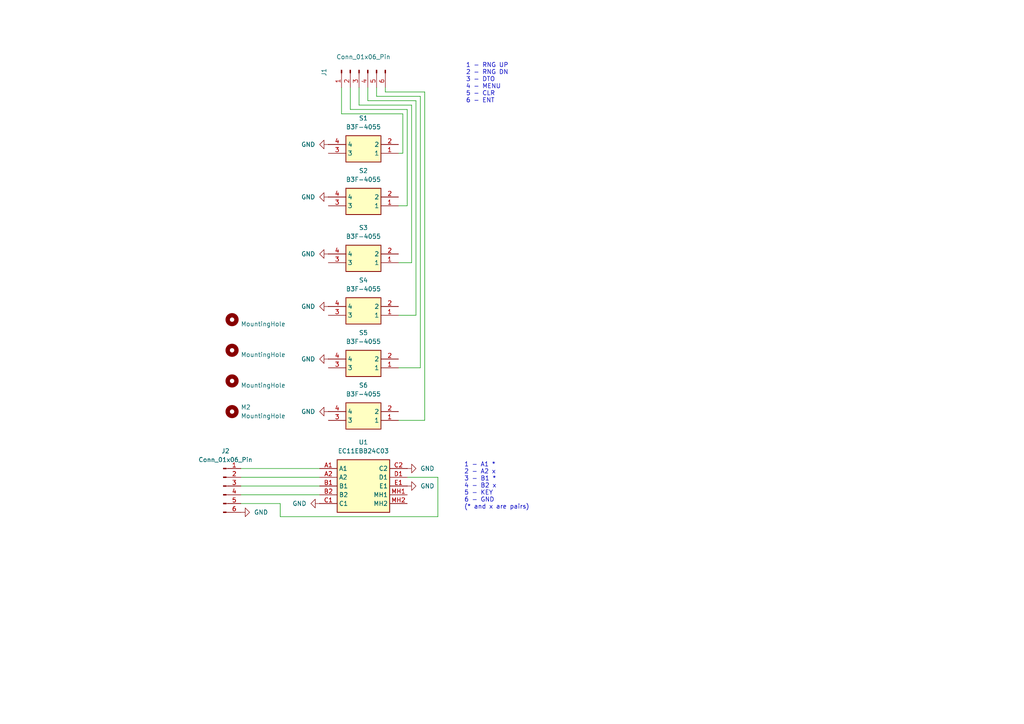
<source format=kicad_sch>
(kicad_sch (version 20231120) (generator "eeschema") (generator_version "8.0")
  (paper "A4")
  (title_block (title "GNS 530 RIGHT PLATE"))
  (lib_symbols
    (symbol "Connector:Conn_01x06_Pin" (pin_names (offset 1.016) hide)
      (property "Reference" "J" (at 0 7.62 0))
      (property "Value" "Conn_01x06_Pin" (at 0 -10.16 0))
      (symbol "Conn_01x06_Pin_1_1"
        (polyline (pts (xy 1.27 -7.62) (xy 0.8636 -7.62)) (stroke (width 0.1524)))
        (polyline (pts (xy 1.27 -5.08) (xy 0.8636 -5.08)) (stroke (width 0.1524)))
        (polyline (pts (xy 1.27 -2.54) (xy 0.8636 -2.54)) (stroke (width 0.1524)))
        (polyline (pts (xy 1.27 0) (xy 0.8636 0)) (stroke (width 0.1524)))
        (polyline (pts (xy 1.27 2.54) (xy 0.8636 2.54)) (stroke (width 0.1524)))
        (polyline (pts (xy 1.27 5.08) (xy 0.8636 5.08)) (stroke (width 0.1524)))
        (rectangle (start 0.8636 -7.493) (end 0 -7.747) (stroke (width 0.1524)) (fill (type outline)))
        (rectangle (start 0.8636 -4.953) (end 0 -5.207) (stroke (width 0.1524)) (fill (type outline)))
        (rectangle (start 0.8636 -2.413) (end 0 -2.667) (stroke (width 0.1524)) (fill (type outline)))
        (rectangle (start 0.8636 0.127) (end 0 -0.127) (stroke (width 0.1524)) (fill (type outline)))
        (rectangle (start 0.8636 2.667) (end 0 2.413) (stroke (width 0.1524)) (fill (type outline)))
        (rectangle (start 0.8636 5.207) (end 0 4.953) (stroke (width 0.1524)) (fill (type outline)))
        (pin passive line (at 5.08 5.08 180) (length 3.81) (name "Pin_1") (number "1"))
        (pin passive line (at 5.08 2.54 180) (length 3.81) (name "Pin_2") (number "2"))
        (pin passive line (at 5.08 0 180) (length 3.81) (name "Pin_3") (number "3"))
        (pin passive line (at 5.08 -2.54 180) (length 3.81) (name "Pin_4") (number "4"))
        (pin passive line (at 5.08 -5.08 180) (length 3.81) (name "Pin_5") (number "5"))
        (pin passive line (at 5.08 -7.62 180) (length 3.81) (name "Pin_6") (number "6"))
      )
    )
    (symbol "Device:EC11EBB24C03"
      (property "Reference" "U" (at 21.59 7.62 0))
      (property "Value" "EC11EBB24C03" (at 21.59 5.08 0))
      (symbol "EC11EBB24C03_1_1"
        (rectangle (start 5.08 2.54) (end 20.32 -12.7) (stroke (width 0.254)) (fill (type background)))
        (pin passive line (at 0 0 0) (length 5.08) (name "A1") (number "A1"))
        (pin passive line (at 0 -2.54 0) (length 5.08) (name "A2") (number "A2"))
        (pin passive line (at 0 -5.08 0) (length 5.08) (name "B1") (number "B1"))
        (pin passive line (at 0 -7.62 0) (length 5.08) (name "B2") (number "B2"))
        (pin passive line (at 0 -10.16 0) (length 5.08) (name "C1") (number "C1"))
        (pin passive line (at 25.4 0 180) (length 5.08) (name "C2") (number "C2"))
        (pin passive line (at 25.4 -2.54 180) (length 5.08) (name "D1") (number "D1"))
        (pin passive line (at 25.4 -5.08 180) (length 5.08) (name "E1") (number "E1"))
        (pin passive line (at 25.4 -7.62 180) (length 5.08) (name "MH1") (number "MH1"))
        (pin passive line (at 25.4 -10.16 180) (length 5.08) (name "MH2") (number "MH2"))
      )
    )
    (symbol "Mechanical:MountingHole" (pin_names (offset 1.016)) (exclude_from_sim yes) (in_bom no)
      (property "Reference" "H" (at 0 5.08 0))
      (property "Value" "MountingHole" (at 0 3.175 0))
      (symbol "MountingHole_0_1"
        (circle (center 0 0) (radius 1.27) (stroke (width 1.27)))
      )
    )
    (symbol "Switch:B3F-4055_SWITCH"
      (property "Reference" "S" (at 16.51 7.62 0))
      (property "Value" "B3F-4055" (at 16.51 5.08 0))
      (symbol "B3F-4055_SWITCH_1_1"
        (rectangle (start 5.08 2.54) (end 15.24 -5.08) (stroke (width 0.254)) (fill (type background)))
        (pin passive line (at 20.32 -2.54 180) (length 5.08) (name "1") (number "1"))
        (pin passive line (at 20.32 0 180) (length 5.08) (name "2") (number "2"))
        (pin passive line (at 0 -2.54 0) (length 5.08) (name "3") (number "3"))
        (pin passive line (at 0 0 0) (length 5.08) (name "4") (number "4"))
      )
    )
    (symbol "power:GND" (power) (pin_numbers hide) (pin_names (offset 0) hide)
      (property "Value" "GND" (at 0 -3.81 0))
      (symbol "GND_0_1"
        (polyline (pts (xy 0 0) (xy 0 -1.27) (xy 1.27 -1.27) (xy 0 -2.54) (xy -1.27 -1.27) (xy 0 -1.27)))
      )
      (symbol "GND_1_1"
        (pin power_in line (at 0 0 270) (length 0) (name "~") (number "1"))
      )
    )
  )
  (wire (pts (xy 121.92 27.94) (xy 109.22 27.94)))
  (wire (pts (xy 116.84 44.45) (xy 116.84 33.02)))
  (wire (pts (xy 101.6 25.4) (xy 101.6 31.75)))
  (wire (pts (xy 115.57 44.45) (xy 116.84 44.45)))
  (wire (pts (xy 69.85 143.51) (xy 92.71 143.51)))
  (wire (pts (xy 111.76 26.67) (xy 123.19 26.67)))
  (wire (pts (xy 115.57 76.2) (xy 119.38 76.2)))
  (wire (pts (xy 69.85 135.89) (xy 92.71 135.89)))
  (wire (pts (xy 123.19 26.67) (xy 123.19 121.92)))
  (wire (pts (xy 118.11 31.75) (xy 118.11 59.69)))
  (wire (pts (xy 106.68 25.4) (xy 106.68 29.21)))
  (wire (pts (xy 106.68 29.21) (xy 120.65 29.21)))
  (wire (pts (xy 121.92 106.68) (xy 121.92 27.94)))
  (wire (pts (xy 123.19 121.92) (xy 115.57 121.92)))
  (wire (pts (xy 115.57 106.68) (xy 121.92 106.68)))
  (wire (pts (xy 116.84 33.02) (xy 99.06 33.02)))
  (wire (pts (xy 119.38 76.2) (xy 119.38 30.48)))
  (wire (pts (xy 111.76 25.4) (xy 111.76 26.67)))
  (wire (pts (xy 99.06 25.4) (xy 99.06 33.02)))
  (wire (pts (xy 127 138.43) (xy 127 149.86)))
  (wire (pts (xy 69.85 140.97) (xy 92.71 140.97)))
  (wire (pts (xy 118.11 138.43) (xy 127 138.43)))
  (wire (pts (xy 69.85 146.05) (xy 81.28 146.05)))
  (wire (pts (xy 120.65 29.21) (xy 120.65 91.44)))
  (wire (pts (xy 109.22 25.4) (xy 109.22 27.94)))
  (wire (pts (xy 118.11 59.69) (xy 115.57 59.69)))
  (wire (pts (xy 120.65 91.44) (xy 115.57 91.44)))
  (wire (pts (xy 101.6 31.75) (xy 118.11 31.75)))
  (wire (pts (xy 127 149.86) (xy 81.28 149.86)))
  (wire (pts (xy 69.85 138.43) (xy 92.71 138.43)))
  (wire (pts (xy 104.14 25.4) (xy 104.14 30.48)))
  (wire (pts (xy 81.28 149.86) (xy 81.28 146.05)))
  (wire (pts (xy 119.38 30.48) (xy 104.14 30.48)))
  (text "1 - A1 *\n2 - A2 x\n3 - B1 *\n4 - B2 x\n5 - KEY\n6 - GND\n(* and x are pairs)" (at 134.62 140.97 0) (effects (font (size 1.27 1.27)) (justify left)))
  (text "1 - RNG UP\n2 - RNG DN\n3 - DTO\n4 - MENU\n5 - CLR\n6 - ENT" (at 135.128 24.13 0) (effects (font (size 1.27 1.27)) (justify left)))
  (symbol (lib_id "power:GND") (at 69.85 148.59 90) (unit 1)
    (property "Reference" "#PWR03" (effects (hide yes)))
    (property "Value" "GND" (at 73.66 148.5899 90) (effects (justify right)))
    (property "Description" "Power symbol creates a global label with name \"GND\" , ground" (effects (hide yes)))
  )
  (symbol (lib_id "power:GND") (at 95.25 88.9 270) (unit 1)
    (property "Reference" "#PWR07" (effects (hide yes)))
    (property "Value" "GND" (at 91.44 88.8999 90) (effects (justify right)))
    (property "Description" "Power symbol creates a global label with name \"GND\" , ground" (effects (hide yes)))
  )
  (symbol (lib_id "Switch:B3F-4055_SWITCH") (at 95.25 73.66 0) (unit 1)
    (property "Reference" "S3" (at 105.41 66.04 0))
    (property "Value" "B3F-4055" (at 105.41 68.58 0))
    (property "Footprint" "Library:Omron-B3F-4055-switch" (effects (hide yes)))
    (property "Datasheet" "https://www.omron.com/ecb/products/pdf/en-b3f.pdf" (effects (hide yes)))
    (property "Description" "Yellow Plunger Tactile Switch, SPST-NO 0.05 A@ 24 V dc 3mm" (effects (hide yes)))
    (property "Manufacturer_Name" "Omron Electronics" (effects (hide yes)))
    (property "Manufacturer_Part_Number" "B3F-4055" (effects (hide yes)))
    (property "Mouser Part Number" "653-B3F-4055" (effects (hide yes)))
    (property "Mouser Price/Stock" "https://www.mouser.co.uk/ProductDetail/Omron-Electronics/B3F-4055?qs=B3tblJ0Nlt%2FdFVcSHGFuxQ%3D%3D" (effects (hide yes)))
    (property "Arrow Part Number" "B3F-4055" (effects (hide yes)))
    (property "Arrow Price/Stock" "https://www.arrow.com/en/products/b3f4055/omron" (effects (hide yes)))
  )
  (symbol (lib_id "Mechanical:MountingHole") (at 67.31 110.49 0) (unit 1) (exclude_from_sim yes) (in_bom no)
    (property "Reference" "H2" (effects (hide yes)))
    (property "Value" "MountingHole" (at 69.85 111.7599 0) (effects (justify left)))
    (property "Footprint" "MountingHole:MountingHole_2.2mm_M2" (effects (hide yes)))
    (property "Description" "Mounting Hole without connection" (effects (hide yes)))
  )
  (symbol (lib_id "Switch:B3F-4055_SWITCH") (at 95.25 104.14 0) (unit 1)
    (property "Reference" "S5" (at 105.41 96.52 0))
    (property "Value" "B3F-4055" (at 105.41 99.06 0))
    (property "Footprint" "Library:Omron-B3F-4055-switch" (effects (hide yes)))
    (property "Datasheet" "https://www.omron.com/ecb/products/pdf/en-b3f.pdf" (effects (hide yes)))
    (property "Description" "Yellow Plunger Tactile Switch, SPST-NO 0.05 A@ 24 V dc 3mm" (effects (hide yes)))
    (property "Manufacturer_Name" "Omron Electronics" (effects (hide yes)))
    (property "Manufacturer_Part_Number" "B3F-4055" (effects (hide yes)))
    (property "Mouser Part Number" "653-B3F-4055" (effects (hide yes)))
    (property "Mouser Price/Stock" "https://www.mouser.co.uk/ProductDetail/Omron-Electronics/B3F-4055?qs=B3tblJ0Nlt%2FdFVcSHGFuxQ%3D%3D" (effects (hide yes)))
    (property "Arrow Part Number" "B3F-4055" (effects (hide yes)))
    (property "Arrow Price/Stock" "https://www.arrow.com/en/products/b3f4055/omron" (effects (hide yes)))
  )
  (symbol (lib_id "Mechanical:MountingHole") (at 67.31 101.6 0) (unit 1) (exclude_from_sim yes) (in_bom no)
    (property "Reference" "H3" (effects (hide yes)))
    (property "Value" "MountingHole" (at 69.85 102.8699 0) (effects (justify left)))
    (property "Footprint" "MountingHole:MountingHole_2.2mm_M2" (effects (hide yes)))
    (property "Description" "Mounting Hole without connection" (effects (hide yes)))
  )
  (symbol (lib_id "power:GND") (at 92.71 146.05 270) (unit 1)
    (property "Reference" "#PWR02" (effects (hide yes)))
    (property "Value" "GND" (at 88.9 146.0499 90) (effects (justify right)))
    (property "Description" "Power symbol creates a global label with name \"GND\" , ground" (effects (hide yes)))
  )
  (symbol (lib_id "Switch:B3F-4055_SWITCH") (at 95.25 119.38 0) (unit 1)
    (property "Reference" "S6" (at 105.41 111.76 0))
    (property "Value" "B3F-4055" (at 105.41 114.3 0))
    (property "Footprint" "Library:Omron-B3F-4055-switch" (effects (hide yes)))
    (property "Datasheet" "https://www.omron.com/ecb/products/pdf/en-b3f.pdf" (effects (hide yes)))
    (property "Description" "Yellow Plunger Tactile Switch, SPST-NO 0.05 A@ 24 V dc 3mm" (effects (hide yes)))
    (property "Manufacturer_Name" "Omron Electronics" (effects (hide yes)))
    (property "Manufacturer_Part_Number" "B3F-4055" (effects (hide yes)))
    (property "Mouser Part Number" "653-B3F-4055" (effects (hide yes)))
    (property "Mouser Price/Stock" "https://www.mouser.co.uk/ProductDetail/Omron-Electronics/B3F-4055?qs=B3tblJ0Nlt%2FdFVcSHGFuxQ%3D%3D" (effects (hide yes)))
    (property "Arrow Part Number" "B3F-4055" (effects (hide yes)))
    (property "Arrow Price/Stock" "https://www.arrow.com/en/products/b3f4055/omron" (effects (hide yes)))
  )
  (symbol (lib_id "Connector:Conn_01x06_Pin") (at 64.77 140.97 0) (unit 1)
    (property "Reference" "J2" (at 65.405 130.81 0))
    (property "Value" "Conn_01x06_Pin" (at 65.405 133.35 0))
    (property "Footprint" "Connector_PinSocket_2.00mm:PinSocket_1x06_P2.00mm_Vertical" (effects (hide yes)))
    (property "Description" "Generic connector, single row, 01x06, script generated" (effects (hide yes)))
  )
  (symbol (lib_id "power:GND") (at 95.25 57.15 270) (unit 1)
    (property "Reference" "#PWR09" (effects (hide yes)))
    (property "Value" "GND" (at 91.44 57.1499 90) (effects (justify right)))
    (property "Description" "Power symbol creates a global label with name \"GND\" , ground" (effects (hide yes)))
  )
  (symbol (lib_id "power:GND") (at 95.25 119.38 270) (unit 1)
    (property "Reference" "#PWR05" (effects (hide yes)))
    (property "Value" "GND" (at 91.44 119.3799 90) (effects (justify right)))
    (property "Description" "Power symbol creates a global label with name \"GND\" , ground" (effects (hide yes)))
  )
  (symbol (lib_id "Mechanical:MountingHole") (at 67.31 119.38 0) (unit 1) (exclude_from_sim yes) (in_bom no)
    (property "Reference" "M2" (at 69.85 118.1099 0) (effects (justify left)))
    (property "Value" "MountingHole" (at 69.85 120.6499 0) (effects (justify left)))
    (property "Footprint" "MountingHole:MountingHole_2.2mm_M2" (effects (hide yes)))
    (property "Description" "Mounting Hole without connection" (effects (hide yes)))
  )
  (symbol (lib_id "Switch:B3F-4055_SWITCH") (at 95.25 88.9 0) (unit 1)
    (property "Reference" "S4" (at 105.41 81.28 0))
    (property "Value" "B3F-4055" (at 105.41 83.82 0))
    (property "Footprint" "Library:Omron-B3F-4055-switch" (effects (hide yes)))
    (property "Datasheet" "https://www.omron.com/ecb/products/pdf/en-b3f.pdf" (effects (hide yes)))
    (property "Description" "Yellow Plunger Tactile Switch, SPST-NO 0.05 A@ 24 V dc 3mm" (effects (hide yes)))
    (property "Manufacturer_Name" "Omron Electronics" (effects (hide yes)))
    (property "Manufacturer_Part_Number" "B3F-4055" (effects (hide yes)))
    (property "Mouser Part Number" "653-B3F-4055" (effects (hide yes)))
    (property "Mouser Price/Stock" "https://www.mouser.co.uk/ProductDetail/Omron-Electronics/B3F-4055?qs=B3tblJ0Nlt%2FdFVcSHGFuxQ%3D%3D" (effects (hide yes)))
    (property "Arrow Part Number" "B3F-4055" (effects (hide yes)))
    (property "Arrow Price/Stock" "https://www.arrow.com/en/products/b3f4055/omron" (effects (hide yes)))
  )
  (symbol (lib_id "Switch:B3F-4055_SWITCH") (at 95.25 41.91 0) (unit 1)
    (property "Reference" "S1" (at 105.41 34.29 0))
    (property "Value" "B3F-4055" (at 105.41 36.83 0))
    (property "Footprint" "Library:Omron-B3F-4055-switch" (effects (hide yes)))
    (property "Datasheet" "https://www.omron.com/ecb/products/pdf/en-b3f.pdf" (effects (hide yes)))
    (property "Description" "Yellow Plunger Tactile Switch, SPST-NO 0.05 A@ 24 V dc 3mm" (effects (hide yes)))
    (property "Manufacturer_Name" "Omron Electronics" (effects (hide yes)))
    (property "Manufacturer_Part_Number" "B3F-4055" (effects (hide yes)))
    (property "Mouser Part Number" "653-B3F-4055" (effects (hide yes)))
    (property "Mouser Price/Stock" "https://www.mouser.co.uk/ProductDetail/Omron-Electronics/B3F-4055?qs=B3tblJ0Nlt%2FdFVcSHGFuxQ%3D%3D" (effects (hide yes)))
    (property "Arrow Part Number" "B3F-4055" (effects (hide yes)))
    (property "Arrow Price/Stock" "https://www.arrow.com/en/products/b3f4055/omron" (effects (hide yes)))
  )
  (symbol (lib_id "power:GND") (at 118.11 135.89 90) (unit 1)
    (property "Reference" "#PWR01" (effects (hide yes)))
    (property "Value" "GND" (at 121.92 135.8899 90) (effects (justify right)))
    (property "Description" "Power symbol creates a global label with name \"GND\" , ground" (effects (hide yes)))
  )
  (symbol (lib_id "Connector:Conn_01x06_Pin") (at 104.14 20.32 90) (mirror x) (unit 1)
    (property "Reference" "J1" (at 93.98 20.955 0))
    (property "Value" "Conn_01x06_Pin" (at 105.41 16.51 90))
    (property "Footprint" "Connector_PinSocket_2.00mm:PinSocket_1x06_P2.00mm_Vertical" (effects (hide yes)))
    (property "Description" "Generic connector, single row, 01x06, script generated" (effects (hide yes)))
  )
  (symbol (lib_id "power:GND") (at 118.11 140.97 90) (unit 1)
    (property "Reference" "#PWR04" (effects (hide yes)))
    (property "Value" "GND" (at 121.92 140.9699 90) (effects (justify right)))
    (property "Description" "Power symbol creates a global label with name \"GND\" , ground" (effects (hide yes)))
  )
  (symbol (lib_id "power:GND") (at 95.25 41.91 270) (unit 1)
    (property "Reference" "#PWR010" (effects (hide yes)))
    (property "Value" "GND" (at 91.44 41.9099 90) (effects (justify right)))
    (property "Description" "Power symbol creates a global label with name \"GND\" , ground" (effects (hide yes)))
  )
  (symbol (lib_id "Switch:B3F-4055_SWITCH") (at 95.25 57.15 0) (unit 1)
    (property "Reference" "S2" (at 105.41 49.53 0))
    (property "Value" "B3F-4055" (at 105.41 52.07 0))
    (property "Footprint" "Library:Omron-B3F-4055-switch" (effects (hide yes)))
    (property "Datasheet" "https://www.omron.com/ecb/products/pdf/en-b3f.pdf" (effects (hide yes)))
    (property "Description" "Yellow Plunger Tactile Switch, SPST-NO 0.05 A@ 24 V dc 3mm" (effects (hide yes)))
    (property "Manufacturer_Name" "Omron Electronics" (effects (hide yes)))
    (property "Manufacturer_Part_Number" "B3F-4055" (effects (hide yes)))
    (property "Mouser Part Number" "653-B3F-4055" (effects (hide yes)))
    (property "Mouser Price/Stock" "https://www.mouser.co.uk/ProductDetail/Omron-Electronics/B3F-4055?qs=B3tblJ0Nlt%2FdFVcSHGFuxQ%3D%3D" (effects (hide yes)))
    (property "Arrow Part Number" "B3F-4055" (effects (hide yes)))
    (property "Arrow Price/Stock" "https://www.arrow.com/en/products/b3f4055/omron" (effects (hide yes)))
  )
  (symbol (lib_id "Device:EC11EBB24C03") (at 92.71 135.89 0) (unit 1)
    (property "Reference" "U1" (at 105.41 128.27 0))
    (property "Value" "EC11EBB24C03" (at 105.41 130.81 0))
    (property "Footprint" "EC11EBB24C03" (effects (hide yes)))
    (property "Datasheet" "https://componentsearchengine.com/Datasheets/2/EC11EBB24C03.pdf" (effects (hide yes)))
    (property "Description" "Alps 15 Pulse Incremental Mechanical Rotary Encoder with a 3.5 (Inner Shaft) mm, 6 (Outer Shaft) mm" (effects (hide yes)))
    (property "Height" "33" (effects (hide yes)))
    (property "Manufacturer_Name" "ALPS Electric" (effects (hide yes)))
    (property "Manufacturer_Part_Number" "EC11EBB24C03" (effects (hide yes)))
    (property "Mouser Part Number" "688-EC11EBB24C03" (effects (hide yes)))
    (property "Mouser Price/Stock" "https://www.mouser.co.uk/ProductDetail/Alps-Alpine/EC11EBB24C03?qs=m0BA540hBPc5hAJ6UyzIrA%3D%3D" (effects (hide yes)))
  )
  (symbol (lib_id "Mechanical:MountingHole") (at 67.31 92.71 0) (unit 1) (exclude_from_sim yes) (in_bom no)
    (property "Reference" "H4" (effects (hide yes)))
    (property "Value" "MountingHole" (at 69.85 93.9799 0) (effects (justify left)))
    (property "Footprint" "MountingHole:MountingHole_2.2mm_M2" (effects (hide yes)))
    (property "Description" "Mounting Hole without connection" (effects (hide yes)))
  )
  (symbol (lib_id "power:GND") (at 95.25 104.14 270) (unit 1)
    (property "Reference" "#PWR06" (effects (hide yes)))
    (property "Value" "GND" (at 91.44 104.1399 90) (effects (justify right)))
    (property "Description" "Power symbol creates a global label with name \"GND\" , ground" (effects (hide yes)))
  )
  (symbol (lib_id "power:GND") (at 95.25 73.66 270) (unit 1)
    (property "Reference" "#PWR08" (effects (hide yes)))
    (property "Value" "GND" (at 91.44 73.6599 90) (effects (justify right)))
    (property "Description" "Power symbol creates a global label with name \"GND\" , ground" (effects (hide yes)))
  )
)
</source>
